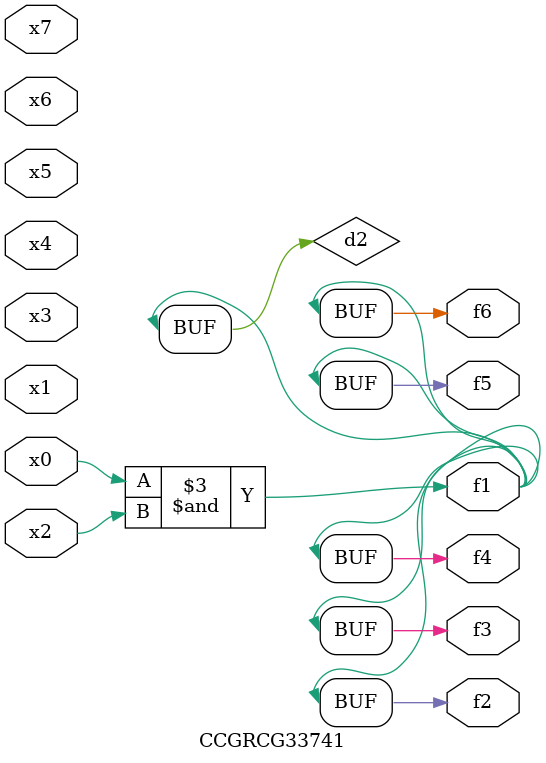
<source format=v>
module CCGRCG33741(
	input x0, x1, x2, x3, x4, x5, x6, x7,
	output f1, f2, f3, f4, f5, f6
);

	wire d1, d2;

	nor (d1, x3, x6);
	and (d2, x0, x2);
	assign f1 = d2;
	assign f2 = d2;
	assign f3 = d2;
	assign f4 = d2;
	assign f5 = d2;
	assign f6 = d2;
endmodule

</source>
